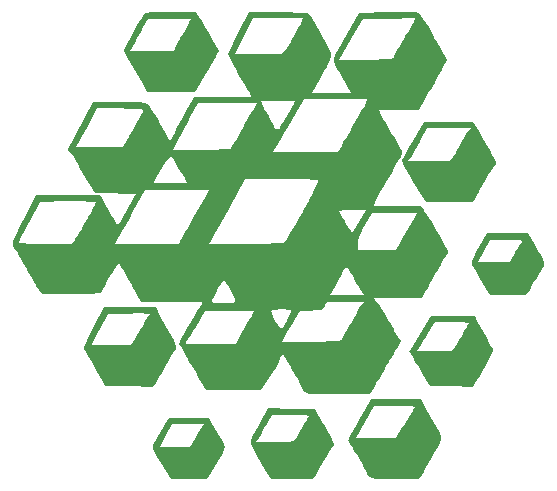
<source format=gbo>
G04 #@! TF.GenerationSoftware,KiCad,Pcbnew,9.0.2*
G04 #@! TF.CreationDate,2025-07-08T19:22:52+03:00*
G04 #@! TF.ProjectId,PCB,5043422e-6b69-4636-9164-5f7063625858,rev?*
G04 #@! TF.SameCoordinates,Original*
G04 #@! TF.FileFunction,Legend,Bot*
G04 #@! TF.FilePolarity,Positive*
%FSLAX46Y46*%
G04 Gerber Fmt 4.6, Leading zero omitted, Abs format (unit mm)*
G04 Created by KiCad (PCBNEW 9.0.2) date 2025-07-08 19:22:52*
%MOMM*%
%LPD*%
G01*
G04 APERTURE LIST*
%ADD10C,0.000000*%
G04 APERTURE END LIST*
D10*
G36*
X133987548Y-92377416D02*
G01*
X134254895Y-92820844D01*
X134518487Y-93241352D01*
X134694970Y-93547467D01*
X134843148Y-93879922D01*
X134898105Y-94113455D01*
X134896844Y-94131606D01*
X134820263Y-94372792D01*
X134636111Y-94761942D01*
X134359339Y-95271362D01*
X134004901Y-95873360D01*
X133587750Y-96540244D01*
X133395280Y-96839716D01*
X131849739Y-96840030D01*
X130304199Y-96840343D01*
X129888873Y-96159013D01*
X129638547Y-95749783D01*
X129305820Y-95202864D01*
X129069245Y-94789710D01*
X128921478Y-94475596D01*
X128855171Y-94225800D01*
X128862047Y-94031897D01*
X129434305Y-94031897D01*
X129524089Y-94064191D01*
X129790542Y-94090619D01*
X130192856Y-94108468D01*
X130690217Y-94115021D01*
X131982293Y-94115021D01*
X132352045Y-93433691D01*
X132556789Y-93066858D01*
X132769978Y-92704079D01*
X132929696Y-92452575D01*
X133137594Y-92152790D01*
X131794763Y-92152897D01*
X130451932Y-92153004D01*
X129961374Y-93050450D01*
X129843859Y-93265927D01*
X129644630Y-93633743D01*
X129499739Y-93904616D01*
X129434479Y-94031458D01*
X129434305Y-94031897D01*
X128862047Y-94031897D01*
X128862979Y-94005599D01*
X128937556Y-93780268D01*
X129071554Y-93515086D01*
X129257629Y-93175329D01*
X129393806Y-92925564D01*
X129636493Y-92492354D01*
X129845630Y-92133219D01*
X129987069Y-91907511D01*
X130194246Y-91607725D01*
X131871927Y-91607725D01*
X133549608Y-91607725D01*
X133841645Y-92125536D01*
X133857432Y-92152790D01*
X133987548Y-92377416D01*
G37*
G36*
X161052804Y-76775919D02*
G01*
X161193598Y-77020785D01*
X161248069Y-77143693D01*
X161298285Y-77256595D01*
X161437928Y-77500716D01*
X161635635Y-77819655D01*
X161834420Y-78163130D01*
X161950290Y-78504812D01*
X161917298Y-78789823D01*
X161739864Y-79071244D01*
X161663222Y-79177954D01*
X161495040Y-79447754D01*
X161305492Y-79779828D01*
X161198606Y-79971995D01*
X160947811Y-80406254D01*
X160719044Y-80784217D01*
X160430473Y-81243541D01*
X158895399Y-81247522D01*
X157360325Y-81251502D01*
X157028106Y-80733691D01*
X156916042Y-80553998D01*
X156661769Y-80119420D01*
X156449699Y-79725322D01*
X156372263Y-79576877D01*
X156173267Y-79231821D01*
X156000468Y-78974783D01*
X155863523Y-78737492D01*
X155799415Y-78484226D01*
X155818818Y-78417167D01*
X156353151Y-78417167D01*
X157705146Y-78417167D01*
X159057141Y-78417167D01*
X159461580Y-77681330D01*
X159486606Y-77635998D01*
X159704617Y-77256075D01*
X159899594Y-76939668D01*
X160031957Y-76751315D01*
X160086349Y-76676590D01*
X160080661Y-76622071D01*
X159979044Y-76589960D01*
X159750998Y-76576229D01*
X159366021Y-76576850D01*
X158793611Y-76587795D01*
X157389325Y-76618455D01*
X156871238Y-77517811D01*
X156353151Y-78417167D01*
X155818818Y-78417167D01*
X155847434Y-78318271D01*
X155988415Y-78004594D01*
X156199848Y-77595144D01*
X156459054Y-77136266D01*
X157116704Y-76018884D01*
X158843984Y-76018884D01*
X160571264Y-76018884D01*
X160909667Y-76546239D01*
X160990902Y-76676590D01*
X161052804Y-76775919D01*
G37*
G36*
X156488043Y-83813305D02*
G01*
X156504421Y-83842851D01*
X156745701Y-84278539D01*
X156977310Y-84697369D01*
X157151194Y-85012446D01*
X157207584Y-85113919D01*
X157395651Y-85442284D01*
X157547217Y-85693777D01*
X157585412Y-85756819D01*
X157646717Y-85959429D01*
X157557603Y-86172017D01*
X157478682Y-86300731D01*
X157358378Y-86505041D01*
X157197249Y-86787574D01*
X156973897Y-87185945D01*
X156666925Y-87737768D01*
X156474453Y-88076154D01*
X156258613Y-88438805D01*
X156095849Y-88694225D01*
X155887898Y-88996604D01*
X154072458Y-88966757D01*
X152257019Y-88936910D01*
X151703999Y-88010300D01*
X151592580Y-87822658D01*
X151306311Y-87333342D01*
X151041367Y-86871574D01*
X150843541Y-86516835D01*
X150536103Y-85949980D01*
X150543008Y-85939056D01*
X151193810Y-85939056D01*
X152670598Y-85939056D01*
X154147386Y-85939056D01*
X154359653Y-85639270D01*
X154373737Y-85619125D01*
X154524905Y-85387903D01*
X154729959Y-85058078D01*
X154960779Y-84676975D01*
X155189251Y-84291919D01*
X155387256Y-83950233D01*
X155526678Y-83699242D01*
X155579400Y-83586271D01*
X155573743Y-83582243D01*
X155427052Y-83566012D01*
X155111632Y-83552882D01*
X154667577Y-83544109D01*
X154134979Y-83540952D01*
X152690559Y-83541132D01*
X152097573Y-84494815D01*
X151930264Y-84763718D01*
X151676737Y-85170526D01*
X151472010Y-85498231D01*
X151349198Y-85693777D01*
X151193810Y-85939056D01*
X150543008Y-85939056D01*
X151452624Y-84500097D01*
X152369144Y-83050214D01*
X154217094Y-83050214D01*
X156065043Y-83050214D01*
X156362193Y-83586271D01*
X156488043Y-83813305D01*
G37*
G36*
X129507199Y-83181110D02*
G01*
X129847429Y-83791850D01*
X130199166Y-84403783D01*
X130314297Y-84600421D01*
X130560340Y-85025433D01*
X130714109Y-85316569D01*
X130787032Y-85514549D01*
X130790537Y-85660091D01*
X130736050Y-85793914D01*
X130635001Y-85956736D01*
X130513763Y-86154803D01*
X130293753Y-86528927D01*
X130071323Y-86920172D01*
X129837393Y-87339137D01*
X129555894Y-87838366D01*
X129343652Y-88206372D01*
X129179605Y-88479473D01*
X129042695Y-88693984D01*
X128843086Y-88996123D01*
X126820696Y-88966517D01*
X124798306Y-88936910D01*
X124475593Y-88391845D01*
X124003472Y-87589272D01*
X123615504Y-86916759D01*
X123327817Y-86400270D01*
X123132474Y-86025131D01*
X123021538Y-85776671D01*
X122987071Y-85640217D01*
X123010727Y-85553740D01*
X123053513Y-85453334D01*
X123638627Y-85453334D01*
X123669146Y-85462740D01*
X123873656Y-85478229D01*
X124238728Y-85490221D01*
X124726991Y-85497677D01*
X125301074Y-85499558D01*
X126963520Y-85496113D01*
X127281457Y-84981747D01*
X127383859Y-84813542D01*
X127640422Y-84377040D01*
X127863550Y-83979925D01*
X127945452Y-83832439D01*
X128155940Y-83476675D01*
X128335956Y-83200006D01*
X128347922Y-83183091D01*
X128486949Y-82966782D01*
X128544207Y-82839913D01*
X128498543Y-82825372D01*
X128271793Y-82808468D01*
X127887464Y-82798455D01*
X127381938Y-82796117D01*
X126791597Y-82802235D01*
X125038987Y-82832189D01*
X124338807Y-84117926D01*
X124273161Y-84238690D01*
X124024409Y-84700578D01*
X123822911Y-85081442D01*
X123687904Y-85344590D01*
X123638627Y-85453334D01*
X123053513Y-85453334D01*
X123123248Y-85289685D01*
X123312425Y-84896333D01*
X123560485Y-84410202D01*
X123849656Y-83867811D01*
X124709721Y-82287124D01*
X126872243Y-82287124D01*
X129034765Y-82287124D01*
X129203840Y-82614163D01*
X129227285Y-82659327D01*
X129324162Y-82839913D01*
X129507199Y-83181110D01*
G37*
G36*
X142863538Y-91511751D02*
G01*
X143024921Y-91799371D01*
X143141815Y-91977080D01*
X143209181Y-92071262D01*
X143368917Y-92331625D01*
X143565568Y-92677527D01*
X143769720Y-93054228D01*
X143951960Y-93406991D01*
X144082874Y-93681078D01*
X144133048Y-93821749D01*
X144107417Y-93914824D01*
X143985395Y-94106438D01*
X143889480Y-94241466D01*
X143714743Y-94529220D01*
X143522090Y-94878111D01*
X143377203Y-95147225D01*
X143161786Y-95530152D01*
X142988413Y-95819532D01*
X142781008Y-96158786D01*
X142584685Y-96500862D01*
X142398982Y-96840343D01*
X140606564Y-96840343D01*
X138814145Y-96840343D01*
X138492213Y-96322532D01*
X138328569Y-96057402D01*
X137957053Y-95440773D01*
X137628619Y-94875612D01*
X137361831Y-94394992D01*
X137175251Y-94031986D01*
X137087442Y-93819667D01*
X137083906Y-93801637D01*
X137100545Y-93678970D01*
X137574493Y-93678970D01*
X139151533Y-93678970D01*
X139451292Y-93679834D01*
X139989599Y-93680585D01*
X140371387Y-93661969D01*
X140639044Y-93602244D01*
X140834955Y-93479669D01*
X141001506Y-93272506D01*
X141181083Y-92959011D01*
X141416072Y-92517446D01*
X141594657Y-92198014D01*
X141749263Y-91943409D01*
X141837100Y-91825751D01*
X141886923Y-91770247D01*
X141984574Y-91580472D01*
X141986587Y-91574901D01*
X141995872Y-91501855D01*
X141942636Y-91450946D01*
X141795779Y-91418226D01*
X141524203Y-91399745D01*
X141096811Y-91391553D01*
X140482504Y-91389699D01*
X138910047Y-91389699D01*
X138454752Y-92180043D01*
X138410142Y-92257414D01*
X138166145Y-92678572D01*
X137943986Y-93059073D01*
X137786975Y-93324678D01*
X137574493Y-93678970D01*
X137100545Y-93678970D01*
X137110231Y-93607565D01*
X137234249Y-93290052D01*
X137464406Y-92830249D01*
X137809152Y-92209305D01*
X138592505Y-90839791D01*
X140572433Y-90869466D01*
X142552361Y-90899141D01*
X142789129Y-91368274D01*
X142858406Y-91501855D01*
X142863538Y-91511751D01*
G37*
G36*
X132864372Y-57895493D02*
G01*
X132973824Y-58073791D01*
X133240700Y-58516471D01*
X133544947Y-59028538D01*
X133839811Y-59531571D01*
X134426480Y-60540825D01*
X134190873Y-61003245D01*
X134129586Y-61119687D01*
X133891731Y-61534891D01*
X133646512Y-61923549D01*
X133544544Y-62078811D01*
X133364391Y-62374053D01*
X133257506Y-62578578D01*
X133172925Y-62748925D01*
X133005399Y-63049549D01*
X132797493Y-63401595D01*
X132417733Y-64027468D01*
X130379957Y-64027468D01*
X128342182Y-64027468D01*
X127990142Y-63400644D01*
X127629404Y-62765866D01*
X127251867Y-62114920D01*
X126902012Y-61524177D01*
X126618258Y-61059204D01*
X126553789Y-60952180D01*
X126418025Y-60692334D01*
X126366591Y-60539056D01*
X126907150Y-60539056D01*
X128736324Y-60539056D01*
X130565499Y-60539056D01*
X130834997Y-60021244D01*
X130938327Y-59827972D01*
X131109774Y-59528016D01*
X131231989Y-59339914D01*
X131242959Y-59324976D01*
X131351990Y-59147891D01*
X131512373Y-58863517D01*
X131692369Y-58531267D01*
X131860236Y-58210549D01*
X131984233Y-57960776D01*
X132032619Y-57841357D01*
X131975718Y-57834128D01*
X131734845Y-57828257D01*
X131338174Y-57826965D01*
X130821490Y-57830310D01*
X130220581Y-57838351D01*
X128408543Y-57868240D01*
X128009124Y-58576824D01*
X127788944Y-58967833D01*
X127504317Y-59474092D01*
X127258428Y-59912232D01*
X126907150Y-60539056D01*
X126366591Y-60539056D01*
X126363949Y-60531182D01*
X126371533Y-60498252D01*
X126459430Y-60297636D01*
X126627766Y-59965340D01*
X126853814Y-59541838D01*
X127114844Y-59067606D01*
X127388127Y-58583117D01*
X127650933Y-58128847D01*
X127880534Y-57745271D01*
X128054201Y-57472863D01*
X128149204Y-57352098D01*
X128152468Y-57350305D01*
X128309074Y-57325467D01*
X128645361Y-57303733D01*
X129125461Y-57286422D01*
X129713509Y-57274851D01*
X130373638Y-57270339D01*
X132475601Y-57268669D01*
X132830796Y-57841357D01*
X132864372Y-57895493D01*
G37*
G36*
X152252654Y-91480622D02*
G01*
X152844101Y-92472924D01*
X152932702Y-92614186D01*
X153112264Y-92926020D01*
X153206020Y-93182913D01*
X153209021Y-93433435D01*
X153116316Y-93726157D01*
X152922954Y-94109652D01*
X152623984Y-94632490D01*
X152353362Y-95101022D01*
X152092603Y-95557159D01*
X151882947Y-95928769D01*
X151753852Y-96164000D01*
X151736381Y-96196759D01*
X151571837Y-96479604D01*
X151432771Y-96681812D01*
X151373837Y-96727092D01*
X151226752Y-96773524D01*
X150975352Y-96805941D01*
X150591227Y-96826469D01*
X150045966Y-96837228D01*
X149311159Y-96840343D01*
X148599151Y-96840500D01*
X148062902Y-96834240D01*
X147677260Y-96811347D01*
X147408353Y-96761607D01*
X147222307Y-96674804D01*
X147085249Y-96540723D01*
X146963306Y-96349150D01*
X146822605Y-96089869D01*
X146714888Y-95891837D01*
X146492651Y-95482991D01*
X146271387Y-95075672D01*
X146140926Y-94843067D01*
X145881380Y-94408325D01*
X145644563Y-94040873D01*
X145534326Y-93875117D01*
X145389071Y-93635582D01*
X145332190Y-93508777D01*
X145380753Y-93396076D01*
X145403756Y-93351931D01*
X146000270Y-93351931D01*
X147710221Y-93350027D01*
X149420172Y-93348122D01*
X149855290Y-92614190D01*
X150116138Y-92181605D01*
X150403750Y-91716859D01*
X150645634Y-91337679D01*
X150801458Y-91091078D01*
X150945343Y-90840733D01*
X151000859Y-90710855D01*
X150960800Y-90692801D01*
X150741722Y-90666538D01*
X150364018Y-90645554D01*
X149864414Y-90631645D01*
X149279636Y-90626609D01*
X147558413Y-90626609D01*
X146779341Y-91989270D01*
X146000270Y-93351931D01*
X145403756Y-93351931D01*
X145518075Y-93132536D01*
X145722015Y-92758206D01*
X145970386Y-92312294D01*
X146240997Y-91834010D01*
X146511659Y-91362562D01*
X146760184Y-90937160D01*
X146964382Y-90597013D01*
X147102064Y-90381330D01*
X147309268Y-90081545D01*
X149405873Y-90081545D01*
X151502478Y-90081545D01*
X151743843Y-90544850D01*
X151834106Y-90710855D01*
X152252654Y-91480622D01*
G37*
G36*
X156400925Y-67352360D02*
G01*
X156404260Y-67358019D01*
X156675877Y-67823343D01*
X156956163Y-68310532D01*
X157184955Y-68715021D01*
X157339319Y-68990938D01*
X157554317Y-69372472D01*
X157719342Y-69662225D01*
X157760084Y-69733489D01*
X157856881Y-69944175D01*
X157836236Y-70102385D01*
X157693945Y-70316303D01*
X157596034Y-70455755D01*
X157420983Y-70730886D01*
X157198629Y-71109089D01*
X156911385Y-71620576D01*
X156541662Y-72295558D01*
X156398147Y-72554904D01*
X156200227Y-72899445D01*
X156053142Y-73140408D01*
X156029073Y-73176701D01*
X155961557Y-73260001D01*
X155868385Y-73319797D01*
X155717495Y-73359986D01*
X155476825Y-73384462D01*
X155114314Y-73397122D01*
X154597900Y-73401861D01*
X153895522Y-73402575D01*
X151909681Y-73402575D01*
X151577255Y-72884764D01*
X151408176Y-72614653D01*
X151139784Y-72167133D01*
X150853806Y-71673716D01*
X150571761Y-71173275D01*
X150315167Y-70704684D01*
X150105543Y-70306816D01*
X149964406Y-70018545D01*
X149926229Y-69914163D01*
X150446604Y-69914163D01*
X152222659Y-69909714D01*
X153998713Y-69905265D01*
X154449354Y-69173877D01*
X154485920Y-69114129D01*
X154707988Y-68733743D01*
X154882550Y-68406347D01*
X154974512Y-68197210D01*
X155044187Y-68042889D01*
X155150694Y-67951931D01*
X155192713Y-67938546D01*
X155252361Y-67803113D01*
X155252641Y-67795370D01*
X155323145Y-67605603D01*
X155480408Y-67364380D01*
X155708455Y-67074466D01*
X153878145Y-67104400D01*
X152047834Y-67134335D01*
X151516343Y-68060944D01*
X151404116Y-68256482D01*
X151135839Y-68723088D01*
X150892469Y-69145357D01*
X150715727Y-69450858D01*
X150446604Y-69914163D01*
X149926229Y-69914163D01*
X149913275Y-69878743D01*
X149941402Y-69799793D01*
X150062544Y-69552297D01*
X150262595Y-69175416D01*
X150523323Y-68703264D01*
X150826496Y-68169957D01*
X151737173Y-66589270D01*
X153844139Y-66589270D01*
X155951105Y-66589270D01*
X156237114Y-67074466D01*
X156400925Y-67352360D01*
G37*
G36*
X151704682Y-57850210D02*
G01*
X151929740Y-58201476D01*
X152152357Y-58564083D01*
X152332638Y-58874047D01*
X152430690Y-59067382D01*
X152487898Y-59177264D01*
X152637071Y-59440615D01*
X152852649Y-59811291D01*
X153110349Y-60247143D01*
X153748166Y-61317890D01*
X153415765Y-61941538D01*
X153268899Y-62211820D01*
X152987004Y-62713383D01*
X152723442Y-63165053D01*
X152671345Y-63252531D01*
X152427106Y-63672382D01*
X152143907Y-64170163D01*
X151872962Y-64656088D01*
X151858949Y-64681545D01*
X151382404Y-65547257D01*
X149665451Y-65550452D01*
X149300423Y-65552270D01*
X148764118Y-65559580D01*
X148335513Y-65571287D01*
X148051381Y-65586257D01*
X147948499Y-65603357D01*
X147949448Y-65608363D01*
X148011516Y-65739645D01*
X148148795Y-65996742D01*
X148330701Y-66324445D01*
X148526646Y-66667539D01*
X148706044Y-66970815D01*
X148729981Y-67010296D01*
X149008892Y-67479330D01*
X149286424Y-67960219D01*
X149540543Y-68413125D01*
X149749216Y-68798211D01*
X149890410Y-69075642D01*
X149942090Y-69205579D01*
X149916078Y-69275906D01*
X149795562Y-69513482D01*
X149593971Y-69881975D01*
X149330191Y-70348473D01*
X149023104Y-70880067D01*
X148691597Y-71443845D01*
X148663481Y-71490814D01*
X148354553Y-72006898D01*
X148030858Y-72536316D01*
X147853957Y-72840766D01*
X147678425Y-73187524D01*
X147582068Y-73435672D01*
X147508293Y-73729614D01*
X149514170Y-73729614D01*
X151520046Y-73729614D01*
X151767874Y-74056652D01*
X151788526Y-74083905D01*
X151921031Y-74274678D01*
X151948821Y-74314688D01*
X152186031Y-74692135D01*
X152417996Y-75092275D01*
X152608622Y-75432339D01*
X152805314Y-75772669D01*
X152943095Y-75999280D01*
X153099316Y-76251510D01*
X153280426Y-76562730D01*
X153458431Y-76878769D01*
X153650619Y-77215729D01*
X153693502Y-77291030D01*
X153785506Y-77498316D01*
X153763807Y-77666692D01*
X153624201Y-77905927D01*
X153620719Y-77911361D01*
X153412928Y-78267315D01*
X153225603Y-78635193D01*
X153204506Y-78680194D01*
X153048558Y-78973426D01*
X152910111Y-79180257D01*
X152814867Y-79313985D01*
X152640280Y-79597553D01*
X152444761Y-79943347D01*
X152302197Y-80205064D01*
X152062710Y-80640810D01*
X151860060Y-81005324D01*
X151788177Y-81133348D01*
X151600430Y-81467729D01*
X149553904Y-81468629D01*
X147507377Y-81469528D01*
X147642238Y-81640140D01*
X147765886Y-81796566D01*
X147945964Y-82024381D01*
X148155792Y-82303904D01*
X148321181Y-82554560D01*
X148384550Y-82693931D01*
X148385676Y-82703970D01*
X148454694Y-82867189D01*
X148609547Y-83150460D01*
X148820602Y-83499067D01*
X148854213Y-83552543D01*
X149058230Y-83889373D01*
X149202157Y-84147911D01*
X149256653Y-84275885D01*
X149267429Y-84315639D01*
X149365212Y-84504275D01*
X149531787Y-84767160D01*
X149806921Y-85172056D01*
X149531787Y-85607896D01*
X149445308Y-85748011D01*
X149309994Y-85984397D01*
X149256653Y-86105093D01*
X149255712Y-86110580D01*
X149187435Y-86244687D01*
X149032402Y-86503790D01*
X148820602Y-86837519D01*
X148794330Y-86878116D01*
X148586881Y-87211579D01*
X148440184Y-87469954D01*
X148384550Y-87600225D01*
X148340775Y-87707718D01*
X148202666Y-87948304D01*
X148003005Y-88258425D01*
X147825895Y-88531497D01*
X147678194Y-88782536D01*
X147621460Y-88912616D01*
X147619188Y-88927759D01*
X147540029Y-89088559D01*
X147382933Y-89322869D01*
X147144407Y-89645493D01*
X144510988Y-89645493D01*
X144366926Y-89645514D01*
X143543635Y-89645169D01*
X142906727Y-89639199D01*
X142428764Y-89620920D01*
X142082308Y-89583646D01*
X141839922Y-89520694D01*
X141674169Y-89425379D01*
X141557611Y-89291017D01*
X141462810Y-89110923D01*
X141362328Y-88878414D01*
X141294738Y-88735628D01*
X141095514Y-88373419D01*
X140868080Y-88010300D01*
X140738685Y-87812027D01*
X140592978Y-87565432D01*
X140536090Y-87433682D01*
X140494753Y-87333500D01*
X140359045Y-87098357D01*
X140161633Y-86792278D01*
X139787642Y-86236935D01*
X139616208Y-86605806D01*
X139478780Y-86876482D01*
X139197977Y-87375152D01*
X138811742Y-88022395D01*
X138330364Y-88800644D01*
X138005599Y-89318455D01*
X135674553Y-89318455D01*
X133343508Y-89318455D01*
X133051001Y-88855150D01*
X132917721Y-88637688D01*
X132668744Y-88211840D01*
X132434783Y-87792275D01*
X132277907Y-87512130D01*
X132092852Y-87206559D01*
X131962833Y-87020601D01*
X131878599Y-86905698D01*
X131811803Y-86748068D01*
X131764232Y-86627551D01*
X131626364Y-86374850D01*
X131430258Y-86053120D01*
X131251953Y-85754990D01*
X131107085Y-85471908D01*
X131064343Y-85343252D01*
X131596567Y-85343252D01*
X131597605Y-85344852D01*
X131720616Y-85360357D01*
X132025132Y-85373748D01*
X132477887Y-85384231D01*
X133045620Y-85391014D01*
X133695065Y-85393302D01*
X135793563Y-85392613D01*
X135921665Y-85175966D01*
X139751720Y-85175966D01*
X142211081Y-85175966D01*
X142350435Y-85175962D01*
X143111158Y-85175161D01*
X143686185Y-85171118D01*
X144103423Y-85161189D01*
X144390782Y-85142728D01*
X144576172Y-85113093D01*
X144687500Y-85069637D01*
X144752677Y-85009716D01*
X144799609Y-84930687D01*
X144897729Y-84760690D01*
X144994217Y-84630901D01*
X144998452Y-84626757D01*
X145086668Y-84492267D01*
X145240679Y-84222696D01*
X145429944Y-83871283D01*
X145440427Y-83851373D01*
X145643616Y-83483893D01*
X145825472Y-83185327D01*
X145947755Y-83018646D01*
X146024693Y-82922437D01*
X146095280Y-82740695D01*
X146105521Y-82690509D01*
X146203536Y-82478053D01*
X146371742Y-82203417D01*
X146648204Y-81796566D01*
X145070934Y-81796566D01*
X144958942Y-81796596D01*
X144372866Y-81799172D01*
X143964870Y-81809142D01*
X143700505Y-81831056D01*
X143545317Y-81869461D01*
X143464855Y-81928909D01*
X143424669Y-82013947D01*
X143376594Y-82144565D01*
X143237455Y-82353949D01*
X143013517Y-82480843D01*
X142660914Y-82543894D01*
X142135776Y-82561745D01*
X141244207Y-82563833D01*
X141241090Y-82569197D01*
X140849483Y-83243075D01*
X140643636Y-83599475D01*
X140354604Y-84104801D01*
X140103240Y-84549141D01*
X139751720Y-85175966D01*
X135921665Y-85175966D01*
X136002646Y-85039010D01*
X136005559Y-85034081D01*
X136203366Y-84690100D01*
X136386372Y-84358369D01*
X136523169Y-84114056D01*
X136734616Y-83751669D01*
X136967633Y-83362993D01*
X136986450Y-83331992D01*
X137182544Y-82999486D01*
X137321486Y-82747032D01*
X137374250Y-82627156D01*
X137374040Y-82626189D01*
X137261841Y-82605183D01*
X136966716Y-82586922D01*
X136673430Y-82577412D01*
X138838962Y-82577412D01*
X138843423Y-82627156D01*
X138855714Y-82764218D01*
X138952591Y-83029876D01*
X138980433Y-83085698D01*
X139186900Y-83428657D01*
X139429298Y-83757828D01*
X139733456Y-84122159D01*
X140134539Y-83404955D01*
X140164837Y-83350440D01*
X140352783Y-82995481D01*
X140485401Y-82716265D01*
X140535623Y-82569197D01*
X140493951Y-82529387D01*
X140290318Y-82483172D01*
X139973644Y-82456842D01*
X139607435Y-82450800D01*
X139255198Y-82465452D01*
X138980441Y-82501200D01*
X138846670Y-82558449D01*
X138838962Y-82577412D01*
X136673430Y-82577412D01*
X136522284Y-82572511D01*
X135962165Y-82563054D01*
X135319977Y-82559657D01*
X133265704Y-82559657D01*
X132431136Y-83926084D01*
X132297549Y-84145459D01*
X132020914Y-84604331D01*
X131798519Y-84979596D01*
X131650393Y-85237240D01*
X131596567Y-85343252D01*
X131064343Y-85343252D01*
X131051503Y-85304602D01*
X131087228Y-85204441D01*
X131220457Y-84939212D01*
X131434796Y-84549181D01*
X131711698Y-84067912D01*
X132032619Y-83528969D01*
X132300697Y-83083762D01*
X132585245Y-82605875D01*
X132811114Y-82220458D01*
X132960034Y-81958740D01*
X133012316Y-81854771D01*
X133776825Y-81854771D01*
X133813636Y-81868130D01*
X134021941Y-81887403D01*
X134373053Y-81900652D01*
X134819793Y-81905579D01*
X135224028Y-81904067D01*
X135590767Y-81880836D01*
X135775220Y-81803661D01*
X135797852Y-81640140D01*
X135679128Y-81357874D01*
X135620320Y-81251502D01*
X143842632Y-81251502D01*
X145312890Y-81251502D01*
X145393118Y-81251492D01*
X145957489Y-81249654D01*
X146337154Y-81241470D01*
X146561907Y-81222390D01*
X146661547Y-81187866D01*
X146665870Y-81133348D01*
X146604671Y-81054287D01*
X146553747Y-80992895D01*
X146370422Y-80730735D01*
X146178978Y-80414219D01*
X146050757Y-80184897D01*
X145745445Y-79643743D01*
X145524987Y-79263155D01*
X145375341Y-79019975D01*
X145282463Y-78891048D01*
X145232311Y-78853219D01*
X145223398Y-78855540D01*
X145114757Y-78973185D01*
X144933923Y-79241379D01*
X144703936Y-79622214D01*
X144447840Y-80077781D01*
X144188676Y-80570172D01*
X143842632Y-81251502D01*
X135620320Y-81251502D01*
X135439515Y-80924463D01*
X135346827Y-80758626D01*
X135167136Y-80429138D01*
X135042113Y-80189477D01*
X134948495Y-80030567D01*
X134858060Y-79944198D01*
X134846446Y-79947412D01*
X134735108Y-80067045D01*
X134562049Y-80322266D01*
X134356008Y-80662293D01*
X134145725Y-81036342D01*
X133959940Y-81393627D01*
X133827394Y-81683365D01*
X133776825Y-81854771D01*
X133012316Y-81854771D01*
X133013735Y-81851950D01*
X132967284Y-81841512D01*
X132735239Y-81827039D01*
X132334965Y-81814668D01*
X131796409Y-81805038D01*
X131149513Y-81798791D01*
X130424223Y-81796566D01*
X127834711Y-81796566D01*
X127072077Y-80482562D01*
X127005690Y-80367984D01*
X126716970Y-79865220D01*
X126461625Y-79413802D01*
X126265265Y-79059321D01*
X126153503Y-78847369D01*
X126143077Y-78826198D01*
X126018381Y-78613607D01*
X125929111Y-78526180D01*
X125922561Y-78529142D01*
X125829549Y-78646197D01*
X125659880Y-78902468D01*
X125439347Y-79254885D01*
X125193744Y-79660378D01*
X124948865Y-80075877D01*
X124730503Y-80458313D01*
X124564452Y-80764616D01*
X124476505Y-80951717D01*
X124460243Y-80986362D01*
X124402546Y-81039658D01*
X124286872Y-81079324D01*
X124086547Y-81107341D01*
X123774897Y-81125687D01*
X123325250Y-81136341D01*
X122710930Y-81141282D01*
X121905266Y-81142489D01*
X119401971Y-81142489D01*
X119176523Y-80825875D01*
X119149591Y-80787558D01*
X119008548Y-80566799D01*
X118951074Y-80440030D01*
X118906710Y-80341851D01*
X118768657Y-80110170D01*
X118569529Y-79804236D01*
X118392459Y-79531135D01*
X118244730Y-79279754D01*
X118187984Y-79149223D01*
X118145627Y-79041950D01*
X118012323Y-78799322D01*
X117819685Y-78485028D01*
X117650912Y-78209558D01*
X117475532Y-77893931D01*
X117379412Y-77682513D01*
X117314050Y-77537019D01*
X117235582Y-77436051D01*
X146147185Y-77436051D01*
X147783679Y-77435670D01*
X149420172Y-77435289D01*
X149747211Y-76812872D01*
X149902196Y-76527085D01*
X150148412Y-76098220D01*
X150362965Y-75750378D01*
X150451739Y-75611341D01*
X150699836Y-75198162D01*
X150926649Y-74792489D01*
X151201619Y-74274678D01*
X149265169Y-74274678D01*
X147328719Y-74274678D01*
X146739252Y-75337553D01*
X146636650Y-75524301D01*
X146394631Y-75992579D01*
X146245485Y-76346513D01*
X146169881Y-76637825D01*
X146148485Y-76918240D01*
X146147185Y-77436051D01*
X117235582Y-77436051D01*
X117148140Y-77323535D01*
X117083505Y-77259188D01*
X116995291Y-77073704D01*
X116992227Y-76814482D01*
X117007155Y-76754721D01*
X117456079Y-76754721D01*
X117482248Y-76801451D01*
X117618763Y-76837163D01*
X117887311Y-76862668D01*
X118309375Y-76879271D01*
X118906439Y-76888275D01*
X119699988Y-76890987D01*
X121998408Y-76890987D01*
X125591668Y-76890987D01*
X128301395Y-76890987D01*
X131011122Y-76890987D01*
X133533724Y-76890987D01*
X136690739Y-76890987D01*
X137088622Y-76890850D01*
X137926452Y-76888882D01*
X138580600Y-76883471D01*
X139075493Y-76873215D01*
X139435559Y-76856713D01*
X139685226Y-76832563D01*
X139848922Y-76799365D01*
X139951074Y-76755715D01*
X140016110Y-76700214D01*
X140026393Y-76687881D01*
X140154332Y-76500421D01*
X140358032Y-76170721D01*
X140611623Y-75741579D01*
X140889233Y-75255794D01*
X141181833Y-74736616D01*
X141498429Y-74177278D01*
X141520528Y-74138412D01*
X144587268Y-74138412D01*
X144595492Y-74155202D01*
X144686144Y-74323320D01*
X144848781Y-74616451D01*
X145054984Y-74983262D01*
X145096032Y-75055956D01*
X145356729Y-75510093D01*
X145545236Y-75779174D01*
X145697267Y-75864682D01*
X145848538Y-75768099D01*
X146034763Y-75490908D01*
X146291656Y-75034590D01*
X146837001Y-74056652D01*
X145693966Y-74056652D01*
X145326348Y-74061064D01*
X144933944Y-74078090D01*
X144673193Y-74104936D01*
X144587268Y-74138412D01*
X141520528Y-74138412D01*
X141784656Y-73673881D01*
X142002424Y-73293562D01*
X142048981Y-73211580D01*
X142261908Y-72811195D01*
X142470863Y-72384347D01*
X142650946Y-71985615D01*
X142777256Y-71669577D01*
X142824893Y-71490814D01*
X142820880Y-71488238D01*
X142677574Y-71475463D01*
X142348903Y-71464010D01*
X141862249Y-71454325D01*
X141244995Y-71446855D01*
X140524526Y-71442046D01*
X139728223Y-71440343D01*
X136631553Y-71440343D01*
X136471216Y-71726083D01*
X136144347Y-72308601D01*
X135239925Y-73920386D01*
X134906965Y-74512767D01*
X134547571Y-75149850D01*
X134230169Y-75710031D01*
X133970868Y-76164964D01*
X133785779Y-76486305D01*
X133691011Y-76645708D01*
X133533724Y-76890987D01*
X131011122Y-76890987D01*
X131194274Y-76536695D01*
X131266972Y-76399663D01*
X131464967Y-76042119D01*
X131677769Y-75672318D01*
X131762551Y-75527902D01*
X132235594Y-74710081D01*
X132731589Y-73835708D01*
X133185566Y-73019107D01*
X133575424Y-72308601D01*
X130876810Y-72337777D01*
X128178195Y-72366953D01*
X127155802Y-74165665D01*
X126842969Y-74715449D01*
X126516585Y-75287814D01*
X126229124Y-75790666D01*
X126003479Y-76183968D01*
X125862539Y-76427682D01*
X125591668Y-76890987D01*
X121998408Y-76890987D01*
X122183564Y-76591202D01*
X122253901Y-76478096D01*
X122456794Y-76155517D01*
X122676635Y-75809422D01*
X122790088Y-75624901D01*
X122929933Y-75370502D01*
X122984550Y-75229492D01*
X123003832Y-75167108D01*
X123115561Y-74956466D01*
X123293709Y-74675864D01*
X123308883Y-74653397D01*
X123550940Y-74268479D01*
X123761216Y-73889853D01*
X123909522Y-73575575D01*
X123965666Y-73383700D01*
X123948687Y-73372583D01*
X123766815Y-73348311D01*
X123410886Y-73329919D01*
X122912306Y-73318272D01*
X122302478Y-73314240D01*
X121612807Y-73318689D01*
X119259948Y-73348069D01*
X118385270Y-74983262D01*
X118163351Y-75399243D01*
X117895430Y-75904702D01*
X117676107Y-76322240D01*
X117523588Y-76617149D01*
X117456079Y-76754721D01*
X117007155Y-76754721D01*
X117080875Y-76459596D01*
X117267797Y-75987123D01*
X117559554Y-75375138D01*
X117962707Y-74601717D01*
X118925359Y-72803004D01*
X121644137Y-72773920D01*
X124362916Y-72744836D01*
X124513767Y-73046452D01*
X124596509Y-73205239D01*
X124693455Y-73383700D01*
X124786019Y-73554093D01*
X125025003Y-73984604D01*
X125277848Y-74433261D01*
X125508941Y-74836557D01*
X125682671Y-75130982D01*
X125703971Y-75165258D01*
X125768082Y-75242055D01*
X125838935Y-75246398D01*
X125936642Y-75154820D01*
X126081313Y-74943851D01*
X126293059Y-74590023D01*
X126591993Y-74069867D01*
X126682690Y-73910743D01*
X126943056Y-73448991D01*
X127153317Y-73068714D01*
X127293859Y-72805703D01*
X127345065Y-72695752D01*
X127303731Y-72683532D01*
X127082844Y-72666051D01*
X126703562Y-72652087D01*
X126202532Y-72642834D01*
X125616404Y-72639485D01*
X123887743Y-72639485D01*
X123398251Y-71794635D01*
X123334974Y-71685622D01*
X128902018Y-71685622D01*
X128903266Y-71692383D01*
X129030194Y-71721751D01*
X129328120Y-71745571D01*
X129758298Y-71761547D01*
X130281979Y-71767382D01*
X130392191Y-71767258D01*
X130906220Y-71763173D01*
X131323385Y-71754168D01*
X131603300Y-71741414D01*
X131705580Y-71726083D01*
X131705561Y-71725636D01*
X131652505Y-71615304D01*
X131516716Y-71370999D01*
X131327097Y-71044752D01*
X131136848Y-70722854D01*
X130882591Y-70292240D01*
X130675704Y-69941416D01*
X130576815Y-69783822D01*
X130410997Y-69564274D01*
X130301704Y-69478111D01*
X130243280Y-69533248D01*
X130091085Y-69740299D01*
X129875728Y-70062625D01*
X129623176Y-70459274D01*
X129359396Y-70889291D01*
X129110354Y-71311725D01*
X128902018Y-71685622D01*
X123334974Y-71685622D01*
X123324643Y-71667823D01*
X123070037Y-71232267D01*
X122839330Y-70841755D01*
X122674958Y-70568240D01*
X122650247Y-70527522D01*
X122451291Y-70178589D01*
X122286705Y-69859657D01*
X122286367Y-69858940D01*
X122104373Y-69535481D01*
X121883882Y-69216903D01*
X121832094Y-69151073D01*
X138997085Y-69151073D01*
X141727654Y-69151073D01*
X144458223Y-69151073D01*
X144791095Y-68578755D01*
X144943230Y-68318068D01*
X145117048Y-68022534D01*
X145224386Y-67842918D01*
X145299155Y-67715463D01*
X145462922Y-67430005D01*
X145685082Y-67039459D01*
X145939705Y-66589270D01*
X146165041Y-66193015D01*
X146389454Y-65805523D01*
X146558082Y-65522365D01*
X146645677Y-65386556D01*
X146736251Y-65233618D01*
X146849366Y-64977758D01*
X146961986Y-64681545D01*
X144266616Y-64682128D01*
X141571245Y-64682711D01*
X141509854Y-64790558D01*
X140563191Y-66453587D01*
X140265406Y-66975604D01*
X139938483Y-67546203D01*
X139649055Y-68048793D01*
X139420478Y-68442830D01*
X139276111Y-68687768D01*
X138997085Y-69151073D01*
X121832094Y-69151073D01*
X121660574Y-68933047D01*
X130491167Y-68933047D01*
X132892788Y-68933047D01*
X133430487Y-68931794D01*
X134159292Y-68923733D01*
X134701987Y-68907274D01*
X135078418Y-68881345D01*
X135308431Y-68844872D01*
X135411872Y-68796781D01*
X135510110Y-68661115D01*
X135685290Y-68387563D01*
X135896935Y-68039143D01*
X136114654Y-67667814D01*
X136308054Y-67325534D01*
X136446743Y-67064260D01*
X136500329Y-66935950D01*
X136520811Y-66875694D01*
X136634513Y-66669192D01*
X136814267Y-66390886D01*
X136891007Y-66275728D01*
X137145466Y-65862394D01*
X137361547Y-65471888D01*
X137596707Y-65008584D01*
X135093128Y-65008584D01*
X132589550Y-65008584D01*
X131968745Y-66180472D01*
X131754818Y-66583393D01*
X131445146Y-67164174D01*
X131152627Y-67710309D01*
X130919554Y-68142704D01*
X130491167Y-68933047D01*
X121660574Y-68933047D01*
X121635510Y-68901187D01*
X121732265Y-68715021D01*
X122321282Y-68715021D01*
X124315362Y-68714914D01*
X126309443Y-68714807D01*
X126779380Y-67870064D01*
X126816244Y-67803840D01*
X127095578Y-67303969D01*
X127382756Y-66792759D01*
X127621040Y-66371244D01*
X127808496Y-66023542D01*
X127943341Y-65739325D01*
X127995953Y-65580901D01*
X127990875Y-65562288D01*
X127902059Y-65515745D01*
X127685357Y-65482279D01*
X127318259Y-65460319D01*
X126778257Y-65448294D01*
X126042844Y-65444635D01*
X124086545Y-65444635D01*
X123466505Y-66616523D01*
X123232139Y-67057371D01*
X122968056Y-67549517D01*
X122741283Y-67967427D01*
X122583873Y-68251717D01*
X122321282Y-68715021D01*
X121732265Y-68715021D01*
X122037993Y-68126774D01*
X122218425Y-67782138D01*
X122493587Y-67261283D01*
X122800111Y-66684719D01*
X123099011Y-66125966D01*
X123757545Y-64899571D01*
X125940017Y-64899571D01*
X126379087Y-64900758D01*
X127131237Y-64911676D01*
X127697881Y-64936254D01*
X128100760Y-64977214D01*
X128361613Y-65037278D01*
X128502182Y-65119167D01*
X128544207Y-65225604D01*
X128556275Y-65272192D01*
X128657170Y-65470879D01*
X128726738Y-65580901D01*
X128827071Y-65739579D01*
X128960651Y-65944846D01*
X129202875Y-66345718D01*
X129432021Y-66752790D01*
X129576021Y-67016736D01*
X129810921Y-67434814D01*
X130008884Y-67773749D01*
X130263661Y-68195137D01*
X130643025Y-67501216D01*
X130798792Y-67214266D01*
X131060729Y-66727293D01*
X131354964Y-66176708D01*
X131642450Y-65635408D01*
X132089471Y-64790558D01*
X138004691Y-64790558D01*
X138059412Y-65008584D01*
X138072138Y-65059289D01*
X138109615Y-65168248D01*
X138255531Y-65467915D01*
X138453625Y-65795126D01*
X138546431Y-65938843D01*
X138765557Y-66316570D01*
X138926173Y-66643777D01*
X138944001Y-66685146D01*
X139100748Y-66973831D01*
X139257795Y-67168883D01*
X139329072Y-67221191D01*
X139453761Y-67228261D01*
X139588453Y-67059870D01*
X139698760Y-66876800D01*
X139903466Y-66526162D01*
X140147297Y-66101704D01*
X140393164Y-65668469D01*
X140603976Y-65291499D01*
X140742644Y-65035837D01*
X140870333Y-64790558D01*
X139437512Y-64790558D01*
X138004691Y-64790558D01*
X132089471Y-64790558D01*
X132262511Y-64463519D01*
X134709368Y-64463519D01*
X135072699Y-64463070D01*
X135740621Y-64459716D01*
X136313739Y-64453516D01*
X136761249Y-64444979D01*
X137052346Y-64434617D01*
X137156224Y-64422941D01*
X137128105Y-64363517D01*
X137008637Y-64149460D01*
X136817010Y-63819485D01*
X136576775Y-63414572D01*
X136461432Y-63220696D01*
X136140579Y-62671729D01*
X135824816Y-62120008D01*
X135568406Y-61659952D01*
X135139486Y-60873123D01*
X135142992Y-60866094D01*
X135737601Y-60866094D01*
X137744841Y-60866094D01*
X139752081Y-60866094D01*
X140143852Y-60320778D01*
X140322843Y-60062619D01*
X140476642Y-59819156D01*
X140535903Y-59693954D01*
X140536018Y-59691862D01*
X140593041Y-59557350D01*
X140734294Y-59294697D01*
X140930391Y-58958678D01*
X141135924Y-58606060D01*
X141314807Y-58276701D01*
X141417970Y-58059322D01*
X141511343Y-57813734D01*
X139389018Y-57813734D01*
X137266692Y-57813734D01*
X136502147Y-59339914D01*
X135737601Y-60866094D01*
X135142992Y-60866094D01*
X136039420Y-59068888D01*
X136939354Y-57264654D01*
X139460074Y-57293915D01*
X141980794Y-57323176D01*
X142262611Y-57813734D01*
X142947908Y-59006630D01*
X143095777Y-59266657D01*
X143436943Y-59891837D01*
X143694874Y-60404572D01*
X143858068Y-60781179D01*
X143915022Y-60997971D01*
X143910920Y-61045377D01*
X143829066Y-61318374D01*
X143663755Y-61690083D01*
X143443444Y-62094345D01*
X143426256Y-62123113D01*
X143145212Y-62599939D01*
X142858241Y-63096456D01*
X142624915Y-63509657D01*
X142277965Y-64136481D01*
X143922278Y-64136481D01*
X145566591Y-64136481D01*
X145248809Y-63564163D01*
X145060707Y-63228334D01*
X144790848Y-62752024D01*
X144532037Y-62300042D01*
X144526444Y-62290314D01*
X144328055Y-61902144D01*
X144186841Y-61545257D01*
X144134420Y-61302146D01*
X144581018Y-61302146D01*
X146788020Y-61302146D01*
X146872754Y-61302121D01*
X147657271Y-61298080D01*
X148251565Y-61284601D01*
X148680976Y-61258056D01*
X148970849Y-61214814D01*
X149146524Y-61151247D01*
X149233344Y-61063726D01*
X149256653Y-60948620D01*
X149257440Y-60941877D01*
X149325034Y-60794131D01*
X149480227Y-60524379D01*
X149692705Y-60185657D01*
X149718710Y-60145468D01*
X149926283Y-59811316D01*
X150073080Y-59551604D01*
X150128756Y-59419639D01*
X150152537Y-59349600D01*
X150270961Y-59134696D01*
X150455357Y-58849992D01*
X150566517Y-58681624D01*
X150763971Y-58349074D01*
X150889566Y-58092263D01*
X150997175Y-57809231D01*
X148799883Y-57838736D01*
X146602592Y-57868240D01*
X145591805Y-59585193D01*
X144581018Y-61302146D01*
X144134420Y-61302146D01*
X144133048Y-61295785D01*
X144141478Y-61232387D01*
X144245433Y-60943534D01*
X144462713Y-60492053D01*
X144786773Y-59890955D01*
X145211066Y-59153253D01*
X146289084Y-57323176D01*
X148771187Y-57293832D01*
X149162243Y-57289437D01*
X149876948Y-57283823D01*
X150414490Y-57285197D01*
X150802928Y-57295286D01*
X151070324Y-57315818D01*
X151244738Y-57348521D01*
X151354230Y-57395123D01*
X151426860Y-57457351D01*
X151517075Y-57574271D01*
X151676821Y-57809231D01*
X151704682Y-57850210D01*
G37*
M02*

</source>
